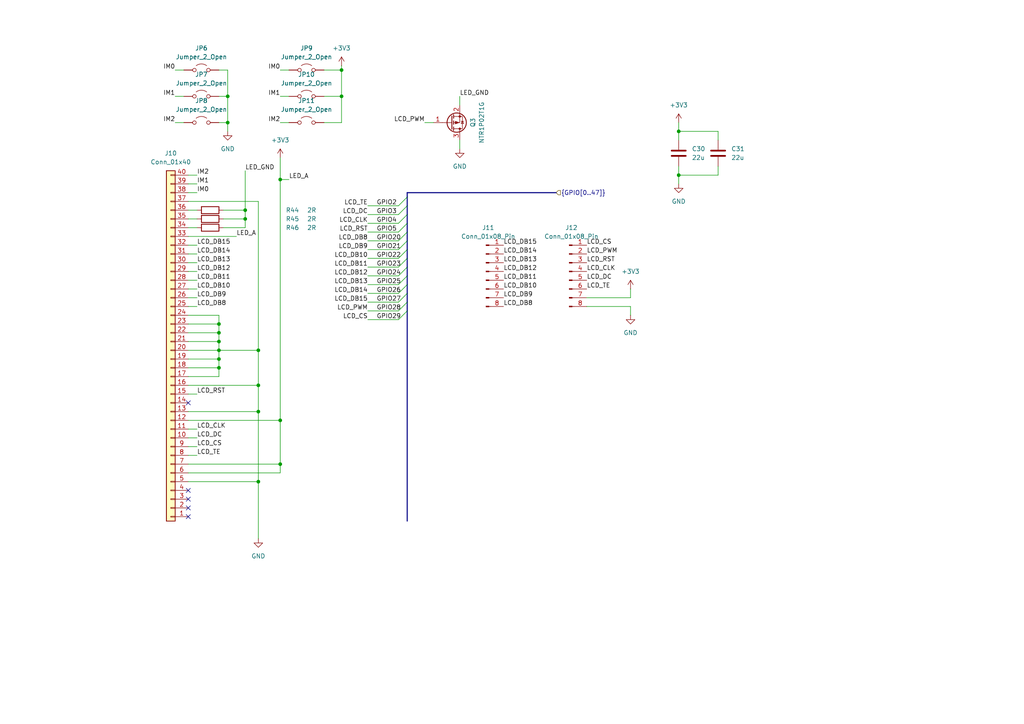
<source format=kicad_sch>
(kicad_sch (version 20250114) (generator "eeschema") (generator_version "9.0")
  (paper "A4")
  (title_block (rev "Rev.1"))
  (lib_symbols
    (symbol "Connector:Conn_01x08_Pin" (pin_names (offset 1.016) (hide yes))
      (property "Reference" "J" (at 0 10.16 0))
      (property "Value" "Conn_01x08_Pin" (at 0 -12.7 0))
      (symbol "Conn_01x08_Pin_1_1"
        (rectangle (start 0.8636 7.747) (end 0 7.493) (stroke (width 0.1524)) (fill (type outline)))
        (rectangle (start 0.8636 5.207) (end 0 4.953) (stroke (width 0.1524)) (fill (type outline)))
        (rectangle (start 0.8636 2.667) (end 0 2.413) (stroke (width 0.1524)) (fill (type outline)))
        (rectangle (start 0.8636 0.127) (end 0 -0.127) (stroke (width 0.1524)) (fill (type outline)))
        (rectangle (start 0.8636 -2.413) (end 0 -2.667) (stroke (width 0.1524)) (fill (type outline)))
        (rectangle (start 0.8636 -4.953) (end 0 -5.207) (stroke (width 0.1524)) (fill (type outline)))
        (rectangle (start 0.8636 -7.493) (end 0 -7.747) (stroke (width 0.1524)) (fill (type outline)))
        (rectangle (start 0.8636 -10.033) (end 0 -10.287) (stroke (width 0.1524)) (fill (type outline)))
        (polyline (pts (xy 1.27 7.62) (xy 0.8636 7.62)) (stroke (width 0.1524)))
        (polyline (pts (xy 1.27 5.08) (xy 0.8636 5.08)) (stroke (width 0.1524)))
        (polyline (pts (xy 1.27 2.54) (xy 0.8636 2.54)) (stroke (width 0.1524)))
        (polyline (pts (xy 1.27 0) (xy 0.8636 0)) (stroke (width 0.1524)))
        (polyline (pts (xy 1.27 -2.54) (xy 0.8636 -2.54)) (stroke (width 0.1524)))
        (polyline (pts (xy 1.27 -5.08) (xy 0.8636 -5.08)) (stroke (width 0.1524)))
        (polyline (pts (xy 1.27 -7.62) (xy 0.8636 -7.62)) (stroke (width 0.1524)))
        (polyline (pts (xy 1.27 -10.16) (xy 0.8636 -10.16)) (stroke (width 0.1524)))
        (pin passive line (at 5.08 7.62 180) (length 3.81) (name "Pin_1") (number "1"))
        (pin passive line (at 5.08 5.08 180) (length 3.81) (name "Pin_2") (number "2"))
        (pin passive line (at 5.08 2.54 180) (length 3.81) (name "Pin_3") (number "3"))
        (pin passive line (at 5.08 0 180) (length 3.81) (name "Pin_4") (number "4"))
        (pin passive line (at 5.08 -2.54 180) (length 3.81) (name "Pin_5") (number "5"))
        (pin passive line (at 5.08 -5.08 180) (length 3.81) (name "Pin_6") (number "6"))
        (pin passive line (at 5.08 -7.62 180) (length 3.81) (name "Pin_7") (number "7"))
        (pin passive line (at 5.08 -10.16 180) (length 3.81) (name "Pin_8") (number "8"))
      )
    )
    (symbol "Connector_Generic:Conn_01x40" (pin_names (offset 1.016) (hide yes))
      (property "Reference" "J" (at 0 50.8 0))
      (property "Value" "Conn_01x40" (at 0 -53.34 0))
      (symbol "Conn_01x40_1_1"
        (rectangle (start -1.27 49.53) (end 1.27 -52.07) (stroke (width 0.254)) (fill (type background)))
        (rectangle (start -1.27 48.387) (end 0 48.133) (stroke (width 0.1524)))
        (rectangle (start -1.27 45.847) (end 0 45.593) (stroke (width 0.1524)))
        (rectangle (start -1.27 43.307) (end 0 43.053) (stroke (width 0.1524)))
        (rectangle (start -1.27 40.767) (end 0 40.513) (stroke (width 0.1524)))
        (rectangle (start -1.27 38.227) (end 0 37.973) (stroke (width 0.1524)))
        (rectangle (start -1.27 35.687) (end 0 35.433) (stroke (width 0.1524)))
        (rectangle (start -1.27 33.147) (end 0 32.893) (stroke (width 0.1524)))
        (rectangle (start -1.27 30.607) (end 0 30.353) (stroke (width 0.1524)))
        (rectangle (start -1.27 28.067) (end 0 27.813) (stroke (width 0.1524)))
        (rectangle (start -1.27 25.527) (end 0 25.273) (stroke (width 0.1524)))
        (rectangle (start -1.27 22.987) (end 0 22.733) (stroke (width 0.1524)))
        (rectangle (start -1.27 20.447) (end 0 20.193) (stroke (width 0.1524)))
        (rectangle (start -1.27 17.907) (end 0 17.653) (stroke (width 0.1524)))
        (rectangle (start -1.27 15.367) (end 0 15.113) (stroke (width 0.1524)))
        (rectangle (start -1.27 12.827) (end 0 12.573) (stroke (width 0.1524)))
        (rectangle (start -1.27 10.287) (end 0 10.033) (stroke (width 0.1524)))
        (rectangle (start -1.27 7.747) (end 0 7.493) (stroke (width 0.1524)))
        (rectangle (start -1.27 5.207) (end 0 4.953) (stroke (width 0.1524)))
        (rectangle (start -1.27 2.667) (end 0 2.413) (stroke (width 0.1524)))
        (rectangle (start -1.27 0.127) (end 0 -0.127) (stroke (width 0.1524)))
        (rectangle (start -1.27 -2.413) (end 0 -2.667) (stroke (width 0.1524)))
        (rectangle (start -1.27 -4.953) (end 0 -5.207) (stroke (width 0.1524)))
        (rectangle (start -1.27 -7.493) (end 0 -7.747) (stroke (width 0.1524)))
        (rectangle (start -1.27 -10.033) (end 0 -10.287) (stroke (width 0.1524)))
        (rectangle (start -1.27 -12.573) (end 0 -12.827) (stroke (width 0.1524)))
        (rectangle (start -1.27 -15.113) (end 0 -15.367) (stroke (width 0.1524)))
        (rectangle (start -1.27 -17.653) (end 0 -17.907) (stroke (width 0.1524)))
        (rectangle (start -1.27 -20.193) (end 0 -20.447) (stroke (width 0.1524)))
        (rectangle (start -1.27 -22.733) (end 0 -22.987) (stroke (width 0.1524)))
        (rectangle (start -1.27 -25.273) (end 0 -25.527) (stroke (width 0.1524)))
        (rectangle (start -1.27 -27.813) (end 0 -28.067) (stroke (width 0.1524)))
        (rectangle (start -1.27 -30.353) (end 0 -30.607) (stroke (width 0.1524)))
        (rectangle (start -1.27 -32.893) (end 0 -33.147) (stroke (width 0.1524)))
        (rectangle (start -1.27 -35.433) (end 0 -35.687) (stroke (width 0.1524)))
        (rectangle (start -1.27 -37.973) (end 0 -38.227) (stroke (width 0.1524)))
        (rectangle (start -1.27 -40.513) (end 0 -40.767) (stroke (width 0.1524)))
        (rectangle (start -1.27 -43.053) (end 0 -43.307) (stroke (width 0.1524)))
        (rectangle (start -1.27 -45.593) (end 0 -45.847) (stroke (width 0.1524)))
        (rectangle (start -1.27 -48.133) (end 0 -48.387) (stroke (width 0.1524)))
        (rectangle (start -1.27 -50.673) (end 0 -50.927) (stroke (width 0.1524)))
        (pin passive line (at -5.08 48.26 0) (length 3.81) (name "Pin_1") (number "1"))
        (pin passive line (at -5.08 45.72 0) (length 3.81) (name "Pin_2") (number "2"))
        (pin passive line (at -5.08 43.18 0) (length 3.81) (name "Pin_3") (number "3"))
        (pin passive line (at -5.08 40.64 0) (length 3.81) (name "Pin_4") (number "4"))
        (pin passive line (at -5.08 38.1 0) (length 3.81) (name "Pin_5") (number "5"))
        (pin passive line (at -5.08 35.56 0) (length 3.81) (name "Pin_6") (number "6"))
        (pin passive line (at -5.08 33.02 0) (length 3.81) (name "Pin_7") (number "7"))
        (pin passive line (at -5.08 30.48 0) (length 3.81) (name "Pin_8") (number "8"))
        (pin passive line (at -5.08 27.94 0) (length 3.81) (name "Pin_9") (number "9"))
        (pin passive line (at -5.08 25.4 0) (length 3.81) (name "Pin_10") (number "10"))
        (pin passive line (at -5.08 22.86 0) (length 3.81) (name "Pin_11") (number "11"))
        (pin passive line (at -5.08 20.32 0) (length 3.81) (name "Pin_12") (number "12"))
        (pin passive line (at -5.08 17.78 0) (length 3.81) (name "Pin_13") (number "13"))
        (pin passive line (at -5.08 15.24 0) (length 3.81) (name "Pin_14") (number "14"))
        (pin passive line (at -5.08 12.7 0) (length 3.81) (name "Pin_15") (number "15"))
        (pin passive line (at -5.08 10.16 0) (length 3.81) (name "Pin_16") (number "16"))
        (pin passive line (at -5.08 7.62 0) (length 3.81) (name "Pin_17") (number "17"))
        (pin passive line (at -5.08 5.08 0) (length 3.81) (name "Pin_18") (number "18"))
        (pin passive line (at -5.08 2.54 0) (length 3.81) (name "Pin_19") (number "19"))
        (pin passive line (at -5.08 0 0) (length 3.81) (name "Pin_20") (number "20"))
        (pin passive line (at -5.08 -2.54 0) (length 3.81) (name "Pin_21") (number "21"))
        (pin passive line (at -5.08 -5.08 0) (length 3.81) (name "Pin_22") (number "22"))
        (pin passive line (at -5.08 -7.62 0) (length 3.81) (name "Pin_23") (number "23"))
        (pin passive line (at -5.08 -10.16 0) (length 3.81) (name "Pin_24") (number "24"))
        (pin passive line (at -5.08 -12.7 0) (length 3.81) (name "Pin_25") (number "25"))
        (pin passive line (at -5.08 -15.24 0) (length 3.81) (name "Pin_26") (number "26"))
        (pin passive line (at -5.08 -17.78 0) (length 3.81) (name "Pin_27") (number "27"))
        (pin passive line (at -5.08 -20.32 0) (length 3.81) (name "Pin_28") (number "28"))
        (pin passive line (at -5.08 -22.86 0) (length 3.81) (name "Pin_29") (number "29"))
        (pin passive line (at -5.08 -25.4 0) (length 3.81) (name "Pin_30") (number "30"))
        (pin passive line (at -5.08 -27.94 0) (length 3.81) (name "Pin_31") (number "31"))
        (pin passive line (at -5.08 -30.48 0) (length 3.81) (name "Pin_32") (number "32"))
        (pin passive line (at -5.08 -33.02 0) (length 3.81) (name "Pin_33") (number "33"))
        (pin passive line (at -5.08 -35.56 0) (length 3.81) (name "Pin_34") (number "34"))
        (pin passive line (at -5.08 -38.1 0) (length 3.81) (name "Pin_35") (number "35"))
        (pin passive line (at -5.08 -40.64 0) (length 3.81) (name "Pin_36") (number "36"))
        (pin passive line (at -5.08 -43.18 0) (length 3.81) (name "Pin_37") (number "37"))
        (pin passive line (at -5.08 -45.72 0) (length 3.81) (name "Pin_38") (number "38"))
        (pin passive line (at -5.08 -48.26 0) (length 3.81) (name "Pin_39") (number "39"))
        (pin passive line (at -5.08 -50.8 0) (length 3.81) (name "Pin_40") (number "40"))
      )
    )
    (symbol "Device:C" (pin_numbers (hide yes)) (pin_names (offset 0.254))
      (property "Reference" "C" (at 0.635 2.54 0))
      (property "Value" "C" (at 0.635 -2.54 0))
      (symbol "C_0_1"
        (polyline (pts (xy -2.032 0.762) (xy 2.032 0.762)) (stroke (width 0.508)))
        (polyline (pts (xy -2.032 -0.762) (xy 2.032 -0.762)) (stroke (width 0.508)))
      )
      (symbol "C_1_1"
        (pin passive line (at 0 3.81 270) (length 2.794) (name "~") (number "1"))
        (pin passive line (at 0 -3.81 90) (length 2.794) (name "~") (number "2"))
      )
    )
    (symbol "Device:R" (pin_numbers (hide yes)) (pin_names (offset 0))
      (property "Reference" "R" (at 2.032 0 90))
      (property "Value" "R" (at 0 0 90))
      (symbol "R_0_1"
        (rectangle (start -1.016 -2.54) (end 1.016 2.54) (stroke (width 0.254)))
      )
      (symbol "R_1_1"
        (pin passive line (at 0 3.81 270) (length 1.27) (name "~") (number "1"))
        (pin passive line (at 0 -3.81 90) (length 1.27) (name "~") (number "2"))
      )
    )
    (symbol "Jumper:Jumper_2_Open" (pin_numbers (hide yes)) (pin_names (offset 0) (hide yes)) (exclude_from_sim yes)
      (property "Reference" "JP" (at 0 2.794 0))
      (property "Value" "Jumper_2_Open" (at 0 -2.286 0))
      (symbol "Jumper_2_Open_0_0"
        (circle (center -2.032 0) (radius 0.508))
        (circle (center 2.032 0) (radius 0.508))
      )
      (symbol "Jumper_2_Open_0_1"
        (arc (start -1.524 1.27) (mid 0 1.778) (end 1.524 1.27))
      )
      (symbol "Jumper_2_Open_1_1"
        (pin passive line (at -5.08 0 0) (length 2.54) (name "A") (number "1"))
        (pin passive line (at 5.08 0 180) (length 2.54) (name "B") (number "2"))
      )
    )
    (symbol "Transistor_FET:Q_PMOS_GSD" (pin_names (offset 0) (hide yes))
      (property "Reference" "Q" (at 5.08 1.905 0))
      (property "Value" "Q_PMOS_GSD" (at 5.08 0 0))
      (symbol "Q_PMOS_GSD_0_1"
        (polyline (pts (xy 0.254 1.905) (xy 0.254 -1.905)) (stroke (width 0.254)))
        (polyline (pts (xy 0.254 0) (xy -2.54 0)))
        (polyline (pts (xy 0.762 2.286) (xy 0.762 1.27)) (stroke (width 0.254)))
        (polyline (pts (xy 0.762 1.778) (xy 3.302 1.778) (xy 3.302 -1.778) (xy 0.762 -1.778)))
        (polyline (pts (xy 0.762 0.508) (xy 0.762 -0.508)) (stroke (width 0.254)))
        (polyline (pts (xy 0.762 -1.27) (xy 0.762 -2.286)) (stroke (width 0.254)))
        (circle (center 1.651 0) (radius 2.794) (stroke (width 0.254)))
        (polyline (pts (xy 2.286 0) (xy 1.27 0.381) (xy 1.27 -0.381) (xy 2.286 0)) (fill (type outline)))
        (polyline (pts (xy 2.54 2.54) (xy 2.54 1.778)))
        (circle (center 2.54 1.778) (radius 0.254) (fill (type outline)))
        (circle (center 2.54 -1.778) (radius 0.254) (fill (type outline)))
        (polyline (pts (xy 2.54 -2.54) (xy 2.54 0) (xy 0.762 0)))
        (polyline (pts (xy 2.921 -0.381) (xy 3.683 -0.381)))
        (polyline (pts (xy 3.302 -0.381) (xy 2.921 0.254) (xy 3.683 0.254) (xy 3.302 -0.381)))
      )
      (symbol "Q_PMOS_GSD_1_1"
        (pin input line (at -5.08 0 0) (length 2.54) (name "G") (number "1"))
        (pin passive line (at 2.54 5.08 270) (length 2.54) (name "D") (number "3"))
        (pin passive line (at 2.54 -5.08 90) (length 2.54) (name "S") (number "2"))
      )
    )
    (symbol "power:+3V3" (power) (pin_numbers (hide yes)) (pin_names (offset 0) (hide yes))
      (property "Value" "+3V3" (at 0 3.556 0))
      (symbol "+3V3_0_1"
        (polyline (pts (xy -0.762 1.27) (xy 0 2.54)))
        (polyline (pts (xy 0 2.54) (xy 0.762 1.27)))
        (polyline (pts (xy 0 0) (xy 0 2.54)))
      )
      (symbol "+3V3_1_1"
        (pin power_in line (at 0 0 90) (length 0) (name "~") (number "1"))
      )
    )
    (symbol "power:GND" (power) (pin_numbers (hide yes)) (pin_names (offset 0) (hide yes))
      (property "Value" "GND" (at 0 -3.81 0))
      (symbol "GND_0_1"
        (polyline (pts (xy 0 0) (xy 0 -1.27) (xy 1.27 -1.27) (xy 0 -2.54) (xy -1.27 -1.27) (xy 0 -1.27)))
      )
      (symbol "GND_1_1"
        (pin power_in line (at 0 0 270) (length 0) (name "~") (number "1"))
      )
    )
  )
  (junction (at 63.5 93.98))
  (junction (at 196.85 50.8))
  (junction (at 63.5 106.68))
  (junction (at 74.93 119.38))
  (junction (at 196.85 38.1))
  (junction (at 81.28 121.92))
  (junction (at 74.93 101.6))
  (junction (at 74.93 139.7))
  (junction (at 99.06 20.32))
  (junction (at 99.06 27.94))
  (junction (at 71.12 60.96))
  (junction (at 63.5 101.6))
  (junction (at 71.12 63.5))
  (junction (at 66.04 35.56))
  (junction (at 74.93 111.76))
  (junction (at 63.5 104.14))
  (junction (at 63.5 99.06))
  (junction (at 81.28 52.07))
  (junction (at 66.04 27.94))
  (junction (at 63.5 96.52))
  (junction (at 81.28 134.62))
  (no_connect (at 54.61 144.78))
  (no_connect (at 54.61 116.84))
  (no_connect (at 54.61 149.86))
  (no_connect (at 54.61 147.32))
  (no_connect (at 54.61 142.24))
  (bus_entry (at 118.11 67.31) (size -2.54 2.54))
  (bus_entry (at 118.11 90.17) (size -2.54 2.54))
  (bus_entry (at 118.11 80.01) (size -2.54 2.54))
  (bus_entry (at 118.11 72.39) (size -2.54 2.54))
  (bus_entry (at 118.11 77.47) (size -2.54 2.54))
  (bus_entry (at 118.11 64.77) (size -2.54 2.54))
  (bus_entry (at 118.11 57.15) (size -2.54 2.54))
  (bus_entry (at 118.11 74.93) (size -2.54 2.54))
  (bus_entry (at 118.11 85.09) (size -2.54 2.54))
  (bus_entry (at 118.11 62.23) (size -2.54 2.54))
  (bus_entry (at 118.11 59.69) (size -2.54 2.54))
  (bus_entry (at 118.11 82.55) (size -2.54 2.54))
  (bus_entry (at 118.11 69.85) (size -2.54 2.54))
  (bus_entry (at 118.11 87.63) (size -2.54 2.54))
  (wire (pts (xy 106.68 67.31) (xy 115.57 67.31)))
  (wire (pts (xy 106.68 87.63) (xy 115.57 87.63)))
  (wire (pts (xy 54.61 99.06) (xy 63.5 99.06)))
  (wire (pts (xy 196.85 48.26) (xy 196.85 50.8)))
  (bus (pts (xy 118.11 87.63) (xy 118.11 90.17)))
  (wire (pts (xy 54.61 111.76) (xy 74.93 111.76)))
  (wire (pts (xy 50.8 35.56) (xy 53.34 35.56)))
  (wire (pts (xy 74.93 101.6) (xy 74.93 111.76)))
  (wire (pts (xy 106.68 82.55) (xy 115.57 82.55)))
  (wire (pts (xy 196.85 53.34) (xy 196.85 50.8)))
  (wire (pts (xy 74.93 58.42) (xy 74.93 101.6)))
  (wire (pts (xy 66.04 38.1) (xy 66.04 35.56)))
  (wire (pts (xy 54.61 104.14) (xy 63.5 104.14)))
  (wire (pts (xy 54.61 78.74) (xy 57.15 78.74)))
  (wire (pts (xy 63.5 27.94) (xy 66.04 27.94)))
  (bus (pts (xy 118.11 55.88) (xy 118.11 57.15)))
  (bus (pts (xy 118.11 57.15) (xy 118.11 59.69)))
  (wire (pts (xy 106.68 85.09) (xy 115.57 85.09)))
  (bus (pts (xy 118.11 74.93) (xy 118.11 77.47)))
  (wire (pts (xy 106.68 77.47) (xy 115.57 77.47)))
  (wire (pts (xy 63.5 93.98) (xy 63.5 96.52)))
  (wire (pts (xy 54.61 129.54) (xy 57.15 129.54)))
  (wire (pts (xy 99.06 35.56) (xy 93.98 35.56)))
  (wire (pts (xy 54.61 106.68) (xy 63.5 106.68)))
  (bus (pts (xy 118.11 77.47) (xy 118.11 80.01)))
  (wire (pts (xy 63.5 109.22) (xy 54.61 109.22)))
  (wire (pts (xy 54.61 68.58) (xy 68.58 68.58)))
  (wire (pts (xy 54.61 121.92) (xy 81.28 121.92)))
  (wire (pts (xy 93.98 20.32) (xy 99.06 20.32)))
  (wire (pts (xy 71.12 49.53) (xy 71.12 60.96)))
  (wire (pts (xy 66.04 27.94) (xy 66.04 20.32)))
  (bus (pts (xy 118.11 72.39) (xy 118.11 74.93)))
  (wire (pts (xy 106.68 90.17) (xy 115.57 90.17)))
  (bus (pts (xy 118.11 85.09) (xy 118.11 87.63)))
  (wire (pts (xy 63.5 96.52) (xy 63.5 99.06)))
  (wire (pts (xy 196.85 38.1) (xy 196.85 40.64)))
  (wire (pts (xy 99.06 20.32) (xy 99.06 27.94)))
  (wire (pts (xy 81.28 121.92) (xy 81.28 134.62)))
  (wire (pts (xy 81.28 52.07) (xy 81.28 121.92)))
  (wire (pts (xy 54.61 91.44) (xy 63.5 91.44)))
  (wire (pts (xy 50.8 20.32) (xy 53.34 20.32)))
  (bus (pts (xy 118.11 59.69) (xy 118.11 62.23)))
  (wire (pts (xy 63.5 104.14) (xy 63.5 106.68)))
  (wire (pts (xy 54.61 134.62) (xy 81.28 134.62)))
  (wire (pts (xy 133.35 40.64) (xy 133.35 43.18)))
  (wire (pts (xy 66.04 20.32) (xy 63.5 20.32)))
  (wire (pts (xy 54.61 88.9) (xy 57.15 88.9)))
  (wire (pts (xy 54.61 101.6) (xy 63.5 101.6)))
  (wire (pts (xy 74.93 119.38) (xy 74.93 139.7)))
  (wire (pts (xy 54.61 96.52) (xy 63.5 96.52)))
  (wire (pts (xy 54.61 86.36) (xy 57.15 86.36)))
  (wire (pts (xy 208.28 48.26) (xy 208.28 50.8)))
  (wire (pts (xy 106.68 92.71) (xy 115.57 92.71)))
  (wire (pts (xy 106.68 80.01) (xy 115.57 80.01)))
  (wire (pts (xy 54.61 124.46) (xy 57.15 124.46)))
  (wire (pts (xy 54.61 71.12) (xy 57.15 71.12)))
  (wire (pts (xy 182.88 83.82) (xy 182.88 86.36)))
  (wire (pts (xy 63.5 35.56) (xy 66.04 35.56)))
  (wire (pts (xy 208.28 40.64) (xy 208.28 38.1)))
  (wire (pts (xy 64.77 63.5) (xy 71.12 63.5)))
  (wire (pts (xy 81.28 20.32) (xy 83.82 20.32)))
  (wire (pts (xy 64.77 60.96) (xy 71.12 60.96)))
  (wire (pts (xy 63.5 91.44) (xy 63.5 93.98)))
  (wire (pts (xy 54.61 132.08) (xy 57.15 132.08)))
  (wire (pts (xy 63.5 106.68) (xy 63.5 109.22)))
  (bus (pts (xy 118.11 80.01) (xy 118.11 82.55)))
  (wire (pts (xy 81.28 45.72) (xy 81.28 52.07)))
  (wire (pts (xy 54.61 83.82) (xy 57.15 83.82)))
  (wire (pts (xy 106.68 64.77) (xy 115.57 64.77)))
  (wire (pts (xy 182.88 86.36) (xy 170.18 86.36)))
  (wire (pts (xy 54.61 58.42) (xy 74.93 58.42)))
  (wire (pts (xy 196.85 35.56) (xy 196.85 38.1)))
  (bus (pts (xy 118.11 64.77) (xy 118.11 67.31)))
  (wire (pts (xy 81.28 35.56) (xy 83.82 35.56)))
  (wire (pts (xy 208.28 50.8) (xy 196.85 50.8)))
  (wire (pts (xy 74.93 139.7) (xy 74.93 156.21)))
  (bus (pts (xy 118.11 69.85) (xy 118.11 72.39)))
  (wire (pts (xy 182.88 91.44) (xy 182.88 88.9)))
  (wire (pts (xy 54.61 53.34) (xy 57.15 53.34)))
  (wire (pts (xy 182.88 88.9) (xy 170.18 88.9)))
  (wire (pts (xy 123.19 35.56) (xy 125.73 35.56)))
  (wire (pts (xy 54.61 139.7) (xy 74.93 139.7)))
  (wire (pts (xy 133.35 27.94) (xy 133.35 30.48)))
  (wire (pts (xy 81.28 134.62) (xy 81.28 137.16)))
  (bus (pts (xy 118.11 62.23) (xy 118.11 64.77)))
  (wire (pts (xy 208.28 38.1) (xy 196.85 38.1)))
  (wire (pts (xy 71.12 60.96) (xy 71.12 63.5)))
  (wire (pts (xy 106.68 72.39) (xy 115.57 72.39)))
  (wire (pts (xy 57.15 55.88) (xy 54.61 55.88)))
  (wire (pts (xy 54.61 63.5) (xy 57.15 63.5)))
  (bus (pts (xy 118.11 67.31) (xy 118.11 69.85)))
  (bus (pts (xy 161.29 55.88) (xy 118.11 55.88)))
  (wire (pts (xy 106.68 59.69) (xy 115.57 59.69)))
  (bus (pts (xy 118.11 90.17) (xy 118.11 151.13)))
  (wire (pts (xy 106.68 69.85) (xy 115.57 69.85)))
  (wire (pts (xy 54.61 66.04) (xy 57.15 66.04)))
  (wire (pts (xy 50.8 27.94) (xy 53.34 27.94)))
  (wire (pts (xy 106.68 62.23) (xy 115.57 62.23)))
  (wire (pts (xy 71.12 66.04) (xy 64.77 66.04)))
  (wire (pts (xy 54.61 127) (xy 57.15 127)))
  (wire (pts (xy 54.61 50.8) (xy 57.15 50.8)))
  (wire (pts (xy 63.5 99.06) (xy 63.5 101.6)))
  (wire (pts (xy 71.12 63.5) (xy 71.12 66.04)))
  (wire (pts (xy 106.68 74.93) (xy 115.57 74.93)))
  (wire (pts (xy 54.61 81.28) (xy 57.15 81.28)))
  (wire (pts (xy 93.98 27.94) (xy 99.06 27.94)))
  (wire (pts (xy 54.61 60.96) (xy 57.15 60.96)))
  (bus (pts (xy 118.11 82.55) (xy 118.11 85.09)))
  (wire (pts (xy 81.28 27.94) (xy 83.82 27.94)))
  (wire (pts (xy 63.5 101.6) (xy 74.93 101.6)))
  (wire (pts (xy 81.28 52.07) (xy 83.82 52.07)))
  (wire (pts (xy 54.61 119.38) (xy 74.93 119.38)))
  (wire (pts (xy 54.61 114.3) (xy 57.15 114.3)))
  (wire (pts (xy 54.61 76.2) (xy 57.15 76.2)))
  (wire (pts (xy 63.5 101.6) (xy 63.5 104.14)))
  (wire (pts (xy 54.61 93.98) (xy 63.5 93.98)))
  (wire (pts (xy 99.06 27.94) (xy 99.06 35.56)))
  (wire (pts (xy 54.61 137.16) (xy 81.28 137.16)))
  (wire (pts (xy 74.93 111.76) (xy 74.93 119.38)))
  (wire (pts (xy 54.61 73.66) (xy 57.15 73.66)))
  (wire (pts (xy 99.06 19.05) (xy 99.06 20.32)))
  (wire (pts (xy 66.04 35.56) (xy 66.04 27.94)))
  (label "LCD_RST" (at 106.68 67.31 180))
  (label "IM0" (at 50.8 20.32 180))
  (label "GPIO4" (at 109.22 64.77 0))
  (label "GPIO21" (at 109.22 72.39 0))
  (label "LCD_DB9" (at 106.68 72.39 180))
  (label "LCD_DB12" (at 146.05 78.74 0))
  (label "GPIO5" (at 109.22 67.31 0))
  (label "LCD_DB14" (at 57.15 73.66 0))
  (label "LCD_CS" (at 106.68 92.71 180))
  (label "GPIO25" (at 109.22 82.55 0))
  (label "IM0" (at 57.15 55.88 0))
  (label "LCD_CLK" (at 170.18 78.74 0))
  (label "GPIO23" (at 109.22 77.47 0))
  (label "LCD_RST" (at 57.15 114.3 0))
  (label "LCD_PWM" (at 170.18 73.66 0))
  (label "LCD_DB8" (at 57.15 88.9 0))
  (label "LCD_PWM" (at 123.19 35.56 180))
  (label "LCD_TE" (at 170.18 83.82 0))
  (label "GPIO22" (at 109.22 74.93 0))
  (label "LCD_TE" (at 57.15 132.08 0))
  (label "LCD_DB11" (at 106.68 77.47 180))
  (label "LCD_CLK" (at 57.15 124.46 0))
  (label "GPIO24" (at 109.22 80.01 0))
  (label "LED_GND" (at 133.35 27.94 0))
  (label "LCD_RST" (at 170.18 76.2 0))
  (label "GPIO28" (at 109.22 90.17 0))
  (label "GPIO29" (at 109.22 92.71 0))
  (label "GPIO20" (at 109.22 69.85 0))
  (label "LCD_PWM" (at 106.68 90.17 180))
  (label "LCD_DB14" (at 106.68 85.09 180))
  (label "LCD_TE" (at 106.68 59.69 180))
  (label "GPIO26" (at 109.22 85.09 0))
  (label "LCD_DB11" (at 146.05 81.28 0))
  (label "IM2" (at 57.15 50.8 0))
  (label "LCD_DB15" (at 146.05 71.12 0))
  (label "LCD_DB9" (at 57.15 86.36 0))
  (label "GPIO27" (at 109.22 87.63 0))
  (label "IM1" (at 57.15 53.34 0))
  (label "LED_A" (at 83.82 52.07 0))
  (label "LCD_DB12" (at 106.68 80.01 180))
  (label "LED_A" (at 68.58 68.58 0))
  (label "GPIO2" (at 109.22 59.69 0))
  (label "LCD_DB12" (at 57.15 78.74 0))
  (label "LCD_DB15" (at 57.15 71.12 0))
  (label "GPIO3" (at 109.22 62.23 0))
  (label "LCD_DB13" (at 57.15 76.2 0))
  (label "LCD_DB8" (at 146.05 88.9 0))
  (label "LCD_DB10" (at 57.15 83.82 0))
  (label "LCD_DB9" (at 146.05 86.36 0))
  (label "LCD_DB13" (at 106.68 82.55 180))
  (label "LCD_DB13" (at 146.05 76.2 0))
  (label "LCD_DB14" (at 146.05 73.66 0))
  (label "IM1" (at 50.8 27.94 180))
  (label "LCD_DB11" (at 57.15 81.28 0))
  (label "LCD_DB8" (at 106.68 69.85 180))
  (label "LCD_DC" (at 106.68 62.23 180))
  (label "LCD_DB10" (at 106.68 74.93 180))
  (label "LCD_CS" (at 170.18 71.12 0))
  (label "IM1" (at 81.28 27.94 180))
  (label "IM0" (at 81.28 20.32 180))
  (label "LCD_CS" (at 57.15 129.54 0))
  (label "LCD_DB15" (at 106.68 87.63 180))
  (label "LCD_DB10" (at 146.05 83.82 0))
  (label "LCD_DC" (at 57.15 127 0))
  (label "LCD_CLK" (at 106.68 64.77 180))
  (label "IM2" (at 50.8 35.56 180))
  (label "LCD_DC" (at 170.18 81.28 0))
  (label "IM2" (at 81.28 35.56 180))
  (label "LED_GND" (at 71.12 49.53 0))
  (hierarchical_label "{GPIO[0..47]}" (shape input) (at 161.29 55.88 0))
  (symbol (lib_id "Device:R") (at 60.96 63.5 90) (unit 1)
    (property "Reference" "R45" (at 84.836 63.5 90))
    (property "Value" "2R" (at 90.424 63.5 90))
    (property "Footprint" "Resistor_SMD:R_0603_1608Metric" (effects (hide yes)))
    (property "Description" "Resistor" (effects (hide yes)))
  )
  (symbol (lib_id "Device:R") (at 60.96 66.04 90) (unit 1)
    (property "Reference" "R46" (at 84.836 66.04 90))
    (property "Value" "2R" (at 90.424 66.04 90))
    (property "Footprint" "Resistor_SMD:R_0603_1608Metric" (effects (hide yes)))
    (property "Description" "Resistor" (effects (hide yes)))
  )
  (symbol (lib_id "Device:R") (at 60.96 60.96 90) (unit 1)
    (property "Reference" "R44" (at 84.836 60.96 90))
    (property "Value" "2R" (at 90.424 60.96 90))
    (property "Footprint" "Resistor_SMD:R_0603_1608Metric" (effects (hide yes)))
    (property "Description" "Resistor" (effects (hide yes)))
  )
  (symbol (lib_id "Connector:Conn_01x08_Pin") (at 165.1 78.74 0) (unit 1)
    (property "Reference" "J12" (at 165.735 66.04 0))
    (property "Value" "Conn_01x08_Pin" (at 165.735 68.58 0))
    (property "Footprint" "Connector_PinHeader_2.54mm:PinHeader_1x08_P2.54mm_Vertical" (effects (hide yes)))
    (property "Description" "Generic connector, single row, 01x08, script generated" (effects (hide yes)))
  )
  (symbol (lib_id "Connector_Generic:Conn_01x40") (at 49.53 101.6 180) (unit 1)
    (property "Reference" "J10" (at 49.53 44.45 0))
    (property "Value" "Conn_01x40" (at 49.53 46.99 0))
    (property "Footprint" "Connector_FFC-FPC:Hirose_FH12-40S-0.5SH_1x40-1MP_P0.50mm_Horizontal" (effects (hide yes)))
    (property "Description" "Generic connector, single row, 01x40, script generated (kicad-library-utils/schlib/autogen/connector/)" (effects (hide yes)))
    (property "LCSC" "C19273935" (effects (hide yes)))
  )
  (symbol (lib_id "power:GND") (at 182.88 91.44 0) (unit 1)
    (property "Reference" "#PWR054" (effects (hide yes)))
    (property "Value" "GND" (at 182.88 96.52 0))
    (property "Description" "Power symbol creates a global label with name \"GND\" , ground" (effects (hide yes)))
  )
  (symbol (lib_id "Jumper:Jumper_2_Open") (at 88.9 27.94 0) (unit 1) (exclude_from_sim yes)
    (property "Reference" "JP10" (at 88.9 21.59 0))
    (property "Value" "Jumper_2_Open" (at 88.9 24.13 0))
    (property "Footprint" "Jumper:SolderJumper-2_P1.3mm_Open_TrianglePad1.0x1.5mm" (effects (hide yes)))
    (property "Description" "Jumper, 2-pole, open" (effects (hide yes)))
  )
  (symbol (lib_id "power:+3V3") (at 182.88 83.82 0) (unit 1)
    (property "Reference" "#PWR053" (effects (hide yes)))
    (property "Value" "+3V3" (at 182.88 78.74 0))
    (property "Description" "Power symbol creates a global label with name \"+3V3\"" (effects (hide yes)))
  )
  (symbol (lib_id "Jumper:Jumper_2_Open") (at 88.9 20.32 0) (unit 1) (exclude_from_sim yes)
    (property "Reference" "JP9" (at 88.9 13.97 0))
    (property "Value" "Jumper_2_Open" (at 88.9 16.51 0))
    (property "Footprint" "Jumper:SolderJumper-2_P1.3mm_Open_TrianglePad1.0x1.5mm" (effects (hide yes)))
    (property "Description" "Jumper, 2-pole, open" (effects (hide yes)))
  )
  (symbol (lib_id "Device:C") (at 196.85 44.45 0) (unit 1)
    (property "Reference" "C30" (at 200.66 43.1799 0) (effects (justify left)))
    (property "Value" "22u" (at 200.66 45.7199 0) (effects (justify left)))
    (property "Footprint" "Capacitor_SMD:C_0805_2012Metric" (effects (hide yes)))
    (property "Description" "Unpolarized capacitor" (effects (hide yes)))
    (property "DK#" "1276-1100-1-ND" (effects (hide yes)))
    (property "LCSC" "C45783" (effects (hide yes)))
  )
  (symbol (lib_id "power:GND") (at 74.93 156.21 0) (unit 1)
    (property "Reference" "#PWR015" (effects (hide yes)))
    (property "Value" "GND" (at 74.93 161.29 0))
    (property "Description" "Power symbol creates a global label with name \"GND\" , ground" (effects (hide yes)))
  )
  (symbol (lib_id "power:+3V3") (at 81.28 45.72 0) (unit 1)
    (property "Reference" "#PWR047" (effects (hide yes)))
    (property "Value" "+3V3" (at 81.28 40.64 0))
    (property "Description" "Power symbol creates a global label with name \"+3V3\"" (effects (hide yes)))
  )
  (symbol (lib_id "Jumper:Jumper_2_Open") (at 88.9 35.56 0) (unit 1) (exclude_from_sim yes)
    (property "Reference" "JP11" (at 88.9 29.21 0))
    (property "Value" "Jumper_2_Open" (at 88.9 31.75 0))
    (property "Footprint" "Jumper:SolderJumper-2_P1.3mm_Open_TrianglePad1.0x1.5mm" (effects (hide yes)))
    (property "Description" "Jumper, 2-pole, open" (effects (hide yes)))
  )
  (symbol (lib_id "Transistor_FET:Q_PMOS_GSD") (at 130.81 35.56 0) (mirror x) (unit 1)
    (property "Reference" "Q3" (at 137.16 35.56 90))
    (property "Value" "NTR1P02T1G" (at 139.7 35.56 90))
    (property "Footprint" "Package_TO_SOT_SMD:SOT-23" (effects (hide yes)))
    (property "Datasheet" "https://lcsc.com/datasheet/lcsc_datasheet_2410121832_onsemi-NTR1P02T1G_C129192.pdf" (effects (hide yes)))
    (property "Description" "P-MOSFET transistor, gate/source/drain" (effects (hide yes)))
    (property "Sim.Device" "PMOS" (effects (hide yes)))
    (property "Sim.Type" "VDMOS" (effects (hide yes)))
    (property "Sim.Pins" "1=D 2=G 3=S" (effects (hide yes)))
    (property "LCSC" "C129192" (effects (hide yes)))
  )
  (symbol (lib_id "power:+3V3") (at 99.06 19.05 0) (unit 1)
    (property "Reference" "#PWR048" (effects (hide yes)))
    (property "Value" "+3V3" (at 99.06 13.97 0))
    (property "Description" "Power symbol creates a global label with name \"+3V3\"" (effects (hide yes)))
  )
  (symbol (lib_id "Jumper:Jumper_2_Open") (at 58.42 20.32 0) (unit 1) (exclude_from_sim yes)
    (property "Reference" "JP6" (at 58.42 13.97 0))
    (property "Value" "Jumper_2_Open" (at 58.42 16.51 0))
    (property "Footprint" "Jumper:SolderJumper-2_P1.3mm_Open_TrianglePad1.0x1.5mm" (effects (hide yes)))
    (property "Description" "Jumper, 2-pole, open" (effects (hide yes)))
  )
  (symbol (lib_id "power:GND") (at 66.04 38.1 0) (unit 1)
    (property "Reference" "#PWR049" (effects (hide yes)))
    (property "Value" "GND" (at 66.04 43.18 0))
    (property "Description" "Power symbol creates a global label with name \"GND\" , ground" (effects (hide yes)))
  )
  (symbol (lib_id "Device:C") (at 208.28 44.45 0) (unit 1)
    (property "Reference" "C31" (at 212.09 43.1799 0) (effects (justify left)))
    (property "Value" "22u" (at 212.09 45.7199 0) (effects (justify left)))
    (property "Footprint" "Capacitor_SMD:C_0805_2012Metric" (effects (hide yes)))
    (property "Description" "Unpolarized capacitor" (effects (hide yes)))
    (property "DK#" "1276-1100-1-ND" (effects (hide yes)))
    (property "LCSC" "C45783" (effects (hide yes)))
  )
  (symbol (lib_id "Jumper:Jumper_2_Open") (at 58.42 27.94 0) (unit 1) (exclude_from_sim yes)
    (property "Reference" "JP7" (at 58.42 21.59 0))
    (property "Value" "Jumper_2_Open" (at 58.42 24.13 0))
    (property "Footprint" "Jumper:SolderJumper-2_P1.3mm_Open_TrianglePad1.0x1.5mm" (effects (hide yes)))
    (property "Description" "Jumper, 2-pole, open" (effects (hide yes)))
  )
  (symbol (lib_id "power:GND") (at 133.35 43.18 0) (unit 1)
    (property "Reference" "#PWR050" (effects (hide yes)))
    (property "Value" "GND" (at 133.35 48.26 0))
    (property "Description" "Power symbol creates a global label with name \"GND\" , ground" (effects (hide yes)))
  )
  (symbol (lib_id "power:GND") (at 196.85 53.34 0) (unit 1)
    (property "Reference" "#PWR052" (effects (hide yes)))
    (property "Value" "GND" (at 196.85 58.42 0))
    (property "Description" "Power symbol creates a global label with name \"GND\" , ground" (effects (hide yes)))
  )
  (symbol (lib_id "Connector:Conn_01x08_Pin") (at 140.97 78.74 0) (unit 1)
    (property "Reference" "J11" (at 141.605 66.04 0))
    (property "Value" "Conn_01x08_Pin" (at 141.605 68.58 0))
    (property "Footprint" "Connector_PinHeader_2.54mm:PinHeader_1x08_P2.54mm_Vertical" (effects (hide yes)))
    (property "Description" "Generic connector, single row, 01x08, script generated" (effects (hide yes)))
  )
  (symbol (lib_id "power:+3V3") (at 196.85 35.56 0) (unit 1)
    (property "Reference" "#PWR051" (effects (hide yes)))
    (property "Value" "+3V3" (at 196.85 30.48 0))
    (property "Description" "Power symbol creates a global label with name \"+3V3\"" (effects (hide yes)))
  )
  (symbol (lib_id "Jumper:Jumper_2_Open") (at 58.42 35.56 0) (unit 1) (exclude_from_sim yes)
    (property "Reference" "JP8" (at 58.42 29.21 0))
    (property "Value" "Jumper_2_Open" (at 58.42 31.75 0))
    (property "Footprint" "Jumper:SolderJumper-2_P1.3mm_Open_TrianglePad1.0x1.5mm" (effects (hide yes)))
    (property "Description" "Jumper, 2-pole, open" (effects (hide yes)))
  )
)
</source>
